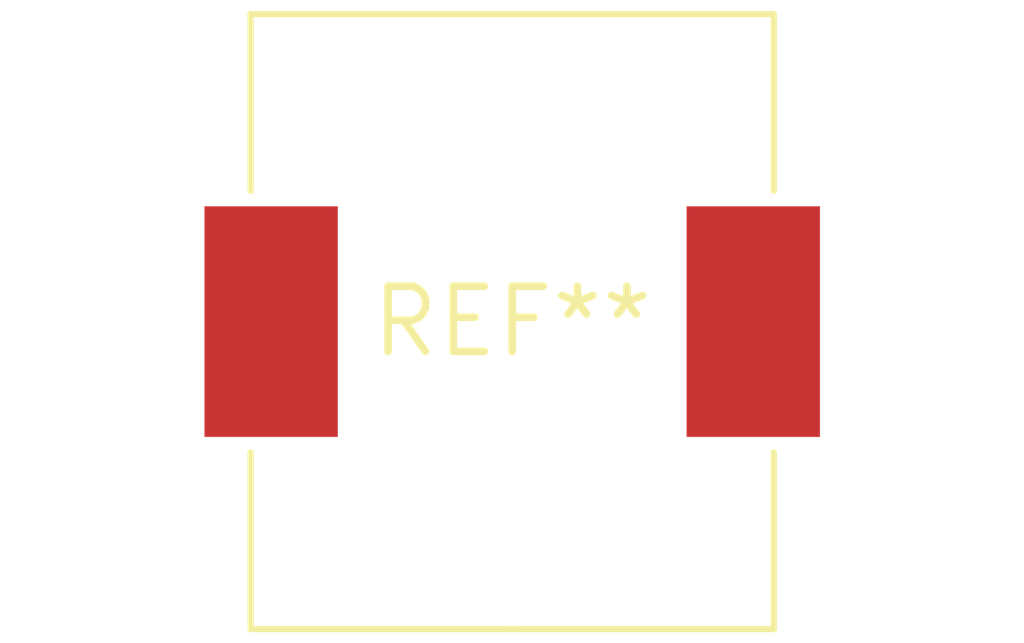
<source format=kicad_pcb>
(kicad_pcb (version 20240108) (generator pcbnew)
  (layers (0 "F.Cu" signal) (31 "B.Cu" signal) (34 "B.Paste" user) (35 "F.Paste" user) (36 "B.SilkS" user "B.Silkscreen") (37 "F.SilkS" user "F.Silkscreen") (38 "B.Mask" user) (39 "F.Mask" user) (44 "Edge.Cuts" user))
  (net 0 "")
  (footprint "L_Wuerth_HCM-1240" (layer "F.Cu") (at 0 0)
    (property "Reference" "REF**")
    (property "Value" "L_Wuerth_HCM-1240")
    (fp_line (start -5.1 -6) (end 0 -6) (layer "F.SilkS") (stroke (width 0.12)))
    (fp_line (start -5.1 -2.55) (end -5.1 -6) (layer "F.SilkS") (stroke (width 0.12)))
    (fp_line (start -5.1 2.55) (end -5.1 6) (layer "F.SilkS") (stroke (width 0.12)))
    (fp_line (start -5.1 6) (end 0 6) (layer "F.SilkS") (stroke (width 0.12)))
    (fp_line (start 5.1 -6) (end 0 -6) (layer "F.SilkS") (stroke (width 0.12)))
    (fp_line (start 5.1 -2.55) (end 5.1 -6) (layer "F.SilkS") (stroke (width 0.12)))
    (fp_line (start 5.1 2.55) (end 5.1 6) (layer "F.SilkS") (stroke (width 0.12)))
    (fp_line (start 5.1 6) (end 0 6) (layer "F.SilkS") (stroke (width 0.12)))
    (pad "1" smd rect (at -4.7 0) (size 2.6 4.5) (layers "F.Cu" "F.Paste" "F.Mask"))
    (pad "2" smd rect (at 4.7 0) (size 2.6 4.5) (layers "F.Cu" "F.Paste" "F.Mask"))
  )
)
</source>
